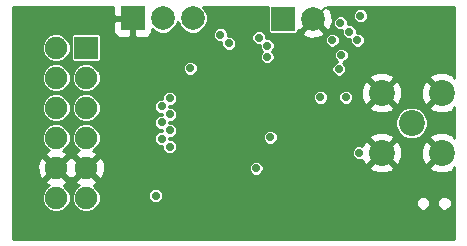
<source format=gbr>
G04 #@! TF.FileFunction,Copper,L4,Bot,Signal*
%FSLAX46Y46*%
G04 Gerber Fmt 4.6, Leading zero omitted, Abs format (unit mm)*
G04 Created by KiCad (PCBNEW 4.0.2+dfsg1-stable) date ven. 22 févr. 2019 08:36:17 CET*
%MOMM*%
G01*
G04 APERTURE LIST*
%ADD10C,0.100000*%
%ADD11R,2.000000X1.900000*%
%ADD12C,1.900000*%
%ADD13C,2.199640*%
%ADD14R,2.000000X2.000000*%
%ADD15C,2.000000*%
%ADD16C,0.711200*%
%ADD17C,0.304800*%
%ADD18C,0.203200*%
%ADD19C,0.406400*%
%ADD20C,0.254000*%
G04 APERTURE END LIST*
D10*
D11*
X136030000Y-98650000D03*
D12*
X136030000Y-101190000D03*
X136030000Y-103730000D03*
X136030000Y-106270000D03*
X136030000Y-108810000D03*
X136030000Y-111350000D03*
X133490000Y-98650000D03*
X133490000Y-101190000D03*
X133490000Y-103730000D03*
X133490000Y-106270000D03*
X133490000Y-108810000D03*
X133490000Y-111350000D03*
D13*
X161036000Y-107540000D03*
X161036000Y-102460000D03*
X166116000Y-107540000D03*
X166116000Y-102460000D03*
X163576000Y-105000000D03*
D14*
X139960000Y-96160000D03*
D15*
X142500000Y-96160000D03*
X145040000Y-96160000D03*
D14*
X152710000Y-96220000D03*
D15*
X155250000Y-96220000D03*
D16*
X159000000Y-102830000D03*
X155230000Y-106330000D03*
X148500000Y-103750000D03*
X142420000Y-101600000D03*
X149250000Y-96530000D03*
X164840000Y-96090000D03*
X155010000Y-103670000D03*
X156700000Y-103670000D03*
X156700000Y-106330000D03*
X156700000Y-109760000D03*
X140750000Y-108720000D03*
X151410000Y-113260000D03*
X150420000Y-109760000D03*
X143740000Y-110820000D03*
X145750000Y-110300000D03*
X157430000Y-100450000D03*
X155860000Y-102830000D03*
X151610000Y-106220000D03*
X150660000Y-97780000D03*
X150420000Y-108840000D03*
X144840000Y-100380000D03*
X141920000Y-111160000D03*
X158010000Y-102830000D03*
X159170000Y-107540000D03*
X151350000Y-99420000D03*
X151350000Y-98470000D03*
X148120000Y-98280000D03*
X147390000Y-97550000D03*
X156860000Y-98000000D03*
X143100000Y-102930000D03*
X157560000Y-96540000D03*
X142420000Y-103610000D03*
X143100000Y-104290000D03*
X157620000Y-99270000D03*
X158290000Y-97270000D03*
X142420000Y-104970000D03*
X159000000Y-98000000D03*
X143100000Y-105650000D03*
X142420000Y-106330000D03*
X159240000Y-95940000D03*
X143100000Y-107010000D03*
D17*
X156700000Y-103670000D02*
X158780000Y-103670000D01*
X159000000Y-103450000D02*
X159000000Y-102830000D01*
X158780000Y-103670000D02*
X159000000Y-103450000D01*
D18*
X164840000Y-96090000D02*
X161910000Y-96090000D01*
X156220000Y-95250000D02*
X155250000Y-96220000D01*
X161070000Y-95250000D02*
X156220000Y-95250000D01*
X161910000Y-96090000D02*
X161070000Y-95250000D01*
D17*
X148500000Y-103750000D02*
X148500000Y-107550000D01*
X148500000Y-107550000D02*
X145750000Y-110300000D01*
X142420000Y-101600000D02*
X146350000Y-101600000D01*
X146350000Y-101600000D02*
X148500000Y-103750000D01*
X139960000Y-96160000D02*
X139960000Y-107930000D01*
X139960000Y-107930000D02*
X140750000Y-108720000D01*
X149250000Y-96530000D02*
X149250000Y-103000000D01*
X149250000Y-103000000D02*
X148500000Y-103750000D01*
X164840000Y-96090000D02*
X164840000Y-98656000D01*
X164840000Y-98656000D02*
X161036000Y-102460000D01*
D19*
X156700000Y-106330000D02*
X156700000Y-103670000D01*
X156700000Y-109760000D02*
X156700000Y-106330000D01*
D17*
X156700000Y-109760000D02*
X152400000Y-109760000D01*
X152400000Y-109760000D02*
X151410000Y-110750000D01*
X140750000Y-108720000D02*
X141640000Y-108720000D01*
X141640000Y-108720000D02*
X143740000Y-110820000D01*
X151410000Y-113260000D02*
X151410000Y-110750000D01*
X151410000Y-110750000D02*
X150420000Y-109760000D01*
X145750000Y-110300000D02*
X149880000Y-110300000D01*
X149880000Y-110300000D02*
X150420000Y-109760000D01*
X145750000Y-110300000D02*
X144970000Y-110300000D01*
X144450000Y-110820000D02*
X143740000Y-110820000D01*
X144970000Y-110300000D02*
X144450000Y-110820000D01*
D20*
G36*
X138325000Y-95874250D02*
X138483750Y-96033000D01*
X139833000Y-96033000D01*
X139833000Y-96013000D01*
X140087000Y-96013000D01*
X140087000Y-96033000D01*
X140107000Y-96033000D01*
X140107000Y-96287000D01*
X140087000Y-96287000D01*
X140087000Y-97636250D01*
X140245750Y-97795000D01*
X141086309Y-97795000D01*
X141319698Y-97698327D01*
X141342270Y-97675755D01*
X146754890Y-97675755D01*
X146851360Y-97909228D01*
X147029832Y-98088013D01*
X147263137Y-98184889D01*
X147485083Y-98185083D01*
X147484890Y-98405755D01*
X147581360Y-98639228D01*
X147759832Y-98818013D01*
X147993137Y-98914889D01*
X148245755Y-98915110D01*
X148479228Y-98818640D01*
X148658013Y-98640168D01*
X148754889Y-98406863D01*
X148755110Y-98154245D01*
X148658640Y-97920772D01*
X148643650Y-97905755D01*
X150024890Y-97905755D01*
X150121360Y-98139228D01*
X150299832Y-98318013D01*
X150533137Y-98414889D01*
X150715048Y-98415048D01*
X150714890Y-98595755D01*
X150811360Y-98829228D01*
X150926975Y-98945046D01*
X150811987Y-99059832D01*
X150715111Y-99293137D01*
X150714890Y-99545755D01*
X150811360Y-99779228D01*
X150989832Y-99958013D01*
X151223137Y-100054889D01*
X151475755Y-100055110D01*
X151709228Y-99958640D01*
X151888013Y-99780168D01*
X151984889Y-99546863D01*
X151985110Y-99294245D01*
X151888640Y-99060772D01*
X151773025Y-98944954D01*
X151888013Y-98830168D01*
X151984889Y-98596863D01*
X151985110Y-98344245D01*
X151894831Y-98125755D01*
X156224890Y-98125755D01*
X156321360Y-98359228D01*
X156499832Y-98538013D01*
X156733137Y-98634889D01*
X156985755Y-98635110D01*
X157219228Y-98538640D01*
X157398013Y-98360168D01*
X157494889Y-98126863D01*
X157495110Y-97874245D01*
X157398640Y-97640772D01*
X157220168Y-97461987D01*
X156986863Y-97365111D01*
X156734245Y-97364890D01*
X156500772Y-97461360D01*
X156321987Y-97639832D01*
X156225111Y-97873137D01*
X156224890Y-98125755D01*
X151894831Y-98125755D01*
X151888640Y-98110772D01*
X151710168Y-97931987D01*
X151476863Y-97835111D01*
X151294952Y-97834952D01*
X151295110Y-97654245D01*
X151198640Y-97420772D01*
X151020168Y-97241987D01*
X150786863Y-97145111D01*
X150534245Y-97144890D01*
X150300772Y-97241360D01*
X150121987Y-97419832D01*
X150025111Y-97653137D01*
X150024890Y-97905755D01*
X148643650Y-97905755D01*
X148480168Y-97741987D01*
X148246863Y-97645111D01*
X148024917Y-97644917D01*
X148025110Y-97424245D01*
X147928640Y-97190772D01*
X147750168Y-97011987D01*
X147516863Y-96915111D01*
X147264245Y-96914890D01*
X147030772Y-97011360D01*
X146851987Y-97189832D01*
X146755111Y-97423137D01*
X146754890Y-97675755D01*
X141342270Y-97675755D01*
X141498327Y-97519699D01*
X141595000Y-97286310D01*
X141595000Y-97064345D01*
X141774332Y-97243990D01*
X142244395Y-97439178D01*
X142753372Y-97439622D01*
X143223775Y-97245255D01*
X143583990Y-96885668D01*
X143770217Y-96437185D01*
X143954745Y-96883775D01*
X144314332Y-97243990D01*
X144784395Y-97439178D01*
X145293372Y-97439622D01*
X145763775Y-97245255D01*
X146123990Y-96885668D01*
X146319178Y-96415605D01*
X146319622Y-95906628D01*
X146125255Y-95436225D01*
X145883852Y-95194400D01*
X151430311Y-95194400D01*
X151425127Y-95220000D01*
X151425127Y-97220000D01*
X151444609Y-97323539D01*
X151505801Y-97418634D01*
X151599168Y-97482429D01*
X151710000Y-97504873D01*
X153710000Y-97504873D01*
X153813539Y-97485391D01*
X153908634Y-97424199D01*
X153943936Y-97372532D01*
X154277073Y-97372532D01*
X154375736Y-97639387D01*
X154985461Y-97865908D01*
X155635460Y-97841856D01*
X156124264Y-97639387D01*
X156222927Y-97372532D01*
X155250000Y-96399605D01*
X154277073Y-97372532D01*
X153943936Y-97372532D01*
X153972429Y-97330832D01*
X153994873Y-97220000D01*
X153994873Y-97154995D01*
X154097468Y-97192927D01*
X155070395Y-96220000D01*
X155056253Y-96205858D01*
X155235858Y-96026253D01*
X155250000Y-96040395D01*
X155264143Y-96026253D01*
X155443748Y-96205858D01*
X155429605Y-96220000D01*
X156402532Y-97192927D01*
X156669387Y-97094264D01*
X156828583Y-96665755D01*
X156924890Y-96665755D01*
X157021360Y-96899228D01*
X157199832Y-97078013D01*
X157433137Y-97174889D01*
X157655083Y-97175083D01*
X157654890Y-97395755D01*
X157751360Y-97629228D01*
X157929832Y-97808013D01*
X158163137Y-97904889D01*
X158365083Y-97905066D01*
X158364890Y-98125755D01*
X158461360Y-98359228D01*
X158639832Y-98538013D01*
X158873137Y-98634889D01*
X159125755Y-98635110D01*
X159359228Y-98538640D01*
X159538013Y-98360168D01*
X159634889Y-98126863D01*
X159635110Y-97874245D01*
X159538640Y-97640772D01*
X159360168Y-97461987D01*
X159126863Y-97365111D01*
X158924917Y-97364934D01*
X158925110Y-97144245D01*
X158828640Y-96910772D01*
X158650168Y-96731987D01*
X158416863Y-96635111D01*
X158194917Y-96634917D01*
X158195110Y-96414245D01*
X158098640Y-96180772D01*
X157983825Y-96065755D01*
X158604890Y-96065755D01*
X158701360Y-96299228D01*
X158879832Y-96478013D01*
X159113137Y-96574889D01*
X159365755Y-96575110D01*
X159599228Y-96478640D01*
X159778013Y-96300168D01*
X159874889Y-96066863D01*
X159875110Y-95814245D01*
X159778640Y-95580772D01*
X159600168Y-95401987D01*
X159366863Y-95305111D01*
X159114245Y-95304890D01*
X158880772Y-95401360D01*
X158701987Y-95579832D01*
X158605111Y-95813137D01*
X158604890Y-96065755D01*
X157983825Y-96065755D01*
X157920168Y-96001987D01*
X157686863Y-95905111D01*
X157434245Y-95904890D01*
X157200772Y-96001360D01*
X157021987Y-96179832D01*
X156925111Y-96413137D01*
X156924890Y-96665755D01*
X156828583Y-96665755D01*
X156895908Y-96484539D01*
X156871856Y-95834540D01*
X156669387Y-95345736D01*
X156402534Y-95247074D01*
X156455208Y-95194400D01*
X167195600Y-95194400D01*
X167195600Y-101200792D01*
X167161131Y-101235261D01*
X167050250Y-100958049D01*
X166404363Y-100714857D01*
X165714575Y-100737346D01*
X165181750Y-100958049D01*
X165070868Y-101235263D01*
X166116000Y-102280395D01*
X166130143Y-102266253D01*
X166309748Y-102445858D01*
X166295605Y-102460000D01*
X166309748Y-102474143D01*
X166130143Y-102653748D01*
X166116000Y-102639605D01*
X165070868Y-103684737D01*
X165181750Y-103961951D01*
X165827637Y-104205143D01*
X166517425Y-104182654D01*
X167050250Y-103961951D01*
X167161131Y-103684739D01*
X167195600Y-103719208D01*
X167195600Y-106280792D01*
X167161131Y-106315261D01*
X167050250Y-106038049D01*
X166404363Y-105794857D01*
X165714575Y-105817346D01*
X165181750Y-106038049D01*
X165070868Y-106315263D01*
X166116000Y-107360395D01*
X166130143Y-107346253D01*
X166309748Y-107525858D01*
X166295605Y-107540000D01*
X166309748Y-107554143D01*
X166130143Y-107733748D01*
X166116000Y-107719605D01*
X165070868Y-108764737D01*
X165181750Y-109041951D01*
X165827637Y-109285143D01*
X166517425Y-109262654D01*
X167050250Y-109041951D01*
X167161131Y-108764739D01*
X167195600Y-108799208D01*
X167195600Y-114805600D01*
X129804400Y-114805600D01*
X129804400Y-111593470D01*
X132260387Y-111593470D01*
X132447158Y-112045489D01*
X132792692Y-112391627D01*
X133244384Y-112579186D01*
X133733470Y-112579613D01*
X134185489Y-112392842D01*
X134531627Y-112047308D01*
X134719186Y-111595616D01*
X134719187Y-111593470D01*
X134800387Y-111593470D01*
X134987158Y-112045489D01*
X135332692Y-112391627D01*
X135784384Y-112579186D01*
X136273470Y-112579613D01*
X136725489Y-112392842D01*
X137071627Y-112047308D01*
X137122560Y-111924646D01*
X163920491Y-111924646D01*
X164016109Y-112156061D01*
X164193008Y-112333268D01*
X164424255Y-112429291D01*
X164674646Y-112429509D01*
X164906061Y-112333891D01*
X165083268Y-112156992D01*
X165179291Y-111925745D01*
X165179291Y-111924646D01*
X165720491Y-111924646D01*
X165816109Y-112156061D01*
X165993008Y-112333268D01*
X166224255Y-112429291D01*
X166474646Y-112429509D01*
X166706061Y-112333891D01*
X166883268Y-112156992D01*
X166979291Y-111925745D01*
X166979509Y-111675354D01*
X166883891Y-111443939D01*
X166706992Y-111266732D01*
X166475745Y-111170709D01*
X166225354Y-111170491D01*
X165993939Y-111266109D01*
X165816732Y-111443008D01*
X165720709Y-111674255D01*
X165720491Y-111924646D01*
X165179291Y-111924646D01*
X165179509Y-111675354D01*
X165083891Y-111443939D01*
X164906992Y-111266732D01*
X164675745Y-111170709D01*
X164425354Y-111170491D01*
X164193939Y-111266109D01*
X164016732Y-111443008D01*
X163920709Y-111674255D01*
X163920491Y-111924646D01*
X137122560Y-111924646D01*
X137259186Y-111595616D01*
X137259456Y-111285755D01*
X141284890Y-111285755D01*
X141381360Y-111519228D01*
X141559832Y-111698013D01*
X141793137Y-111794889D01*
X142045755Y-111795110D01*
X142279228Y-111698640D01*
X142458013Y-111520168D01*
X142554889Y-111286863D01*
X142555110Y-111034245D01*
X142458640Y-110800772D01*
X142280168Y-110621987D01*
X142046863Y-110525111D01*
X141794245Y-110524890D01*
X141560772Y-110621360D01*
X141381987Y-110799832D01*
X141285111Y-111033137D01*
X141284890Y-111285755D01*
X137259456Y-111285755D01*
X137259613Y-111106530D01*
X137072842Y-110654511D01*
X136727308Y-110308373D01*
X136655566Y-110278583D01*
X136874208Y-110188019D01*
X136966745Y-109926350D01*
X136030000Y-108989605D01*
X135093255Y-109926350D01*
X135185792Y-110188019D01*
X135416733Y-110273184D01*
X135334511Y-110307158D01*
X134988373Y-110652692D01*
X134800814Y-111104384D01*
X134800387Y-111593470D01*
X134719187Y-111593470D01*
X134719613Y-111106530D01*
X134532842Y-110654511D01*
X134187308Y-110308373D01*
X134115566Y-110278583D01*
X134334208Y-110188019D01*
X134426745Y-109926350D01*
X133490000Y-108989605D01*
X132553255Y-109926350D01*
X132645792Y-110188019D01*
X132876733Y-110273184D01*
X132794511Y-110307158D01*
X132448373Y-110652692D01*
X132260814Y-111104384D01*
X132260387Y-111593470D01*
X129804400Y-111593470D01*
X129804400Y-108557398D01*
X131893812Y-108557398D01*
X131918648Y-109187461D01*
X132111981Y-109654208D01*
X132373650Y-109746745D01*
X133310395Y-108810000D01*
X133669605Y-108810000D01*
X134606350Y-109746745D01*
X134760000Y-109692408D01*
X134913650Y-109746745D01*
X135850395Y-108810000D01*
X136209605Y-108810000D01*
X137146350Y-109746745D01*
X137408019Y-109654208D01*
X137626188Y-109062602D01*
X137622371Y-108965755D01*
X149784890Y-108965755D01*
X149881360Y-109199228D01*
X150059832Y-109378013D01*
X150293137Y-109474889D01*
X150545755Y-109475110D01*
X150779228Y-109378640D01*
X150958013Y-109200168D01*
X151054889Y-108966863D01*
X151055065Y-108764737D01*
X159990868Y-108764737D01*
X160101750Y-109041951D01*
X160747637Y-109285143D01*
X161437425Y-109262654D01*
X161970250Y-109041951D01*
X162081132Y-108764737D01*
X161036000Y-107719605D01*
X159990868Y-108764737D01*
X151055065Y-108764737D01*
X151055110Y-108714245D01*
X150958640Y-108480772D01*
X150780168Y-108301987D01*
X150546863Y-108205111D01*
X150294245Y-108204890D01*
X150060772Y-108301360D01*
X149881987Y-108479832D01*
X149785111Y-108713137D01*
X149784890Y-108965755D01*
X137622371Y-108965755D01*
X137601352Y-108432539D01*
X137408019Y-107965792D01*
X137146350Y-107873255D01*
X136209605Y-108810000D01*
X135850395Y-108810000D01*
X134913650Y-107873255D01*
X134760000Y-107927592D01*
X134606350Y-107873255D01*
X133669605Y-108810000D01*
X133310395Y-108810000D01*
X132373650Y-107873255D01*
X132111981Y-107965792D01*
X131893812Y-108557398D01*
X129804400Y-108557398D01*
X129804400Y-106513470D01*
X132260387Y-106513470D01*
X132447158Y-106965489D01*
X132792692Y-107311627D01*
X132864434Y-107341417D01*
X132645792Y-107431981D01*
X132553255Y-107693650D01*
X133490000Y-108630395D01*
X134426745Y-107693650D01*
X134334208Y-107431981D01*
X134103267Y-107346816D01*
X134185489Y-107312842D01*
X134531627Y-106967308D01*
X134719186Y-106515616D01*
X134719187Y-106513470D01*
X134800387Y-106513470D01*
X134987158Y-106965489D01*
X135332692Y-107311627D01*
X135404434Y-107341417D01*
X135185792Y-107431981D01*
X135093255Y-107693650D01*
X136030000Y-108630395D01*
X136966745Y-107693650D01*
X136956881Y-107665755D01*
X158534890Y-107665755D01*
X158631360Y-107899228D01*
X158809832Y-108078013D01*
X159043137Y-108174889D01*
X159295755Y-108175110D01*
X159393425Y-108134753D01*
X159534049Y-108474250D01*
X159811263Y-108585132D01*
X160856395Y-107540000D01*
X161215605Y-107540000D01*
X162260737Y-108585132D01*
X162537951Y-108474250D01*
X162781143Y-107828363D01*
X162762341Y-107251637D01*
X164370857Y-107251637D01*
X164393346Y-107941425D01*
X164614049Y-108474250D01*
X164891263Y-108585132D01*
X165936395Y-107540000D01*
X164891263Y-106494868D01*
X164614049Y-106605750D01*
X164370857Y-107251637D01*
X162762341Y-107251637D01*
X162758654Y-107138575D01*
X162537951Y-106605750D01*
X162260737Y-106494868D01*
X161215605Y-107540000D01*
X160856395Y-107540000D01*
X159811263Y-106494868D01*
X159534049Y-106605750D01*
X159404503Y-106949807D01*
X159296863Y-106905111D01*
X159044245Y-106904890D01*
X158810772Y-107001360D01*
X158631987Y-107179832D01*
X158535111Y-107413137D01*
X158534890Y-107665755D01*
X136956881Y-107665755D01*
X136874208Y-107431981D01*
X136643267Y-107346816D01*
X136725489Y-107312842D01*
X137071627Y-106967308D01*
X137259186Y-106515616D01*
X137259613Y-106026530D01*
X137072842Y-105574511D01*
X136727308Y-105228373D01*
X136275616Y-105040814D01*
X135786530Y-105040387D01*
X135334511Y-105227158D01*
X134988373Y-105572692D01*
X134800814Y-106024384D01*
X134800387Y-106513470D01*
X134719187Y-106513470D01*
X134719613Y-106026530D01*
X134532842Y-105574511D01*
X134187308Y-105228373D01*
X133735616Y-105040814D01*
X133246530Y-105040387D01*
X132794511Y-105227158D01*
X132448373Y-105572692D01*
X132260814Y-106024384D01*
X132260387Y-106513470D01*
X129804400Y-106513470D01*
X129804400Y-103973470D01*
X132260387Y-103973470D01*
X132447158Y-104425489D01*
X132792692Y-104771627D01*
X133244384Y-104959186D01*
X133733470Y-104959613D01*
X134185489Y-104772842D01*
X134531627Y-104427308D01*
X134719186Y-103975616D01*
X134719187Y-103973470D01*
X134800387Y-103973470D01*
X134987158Y-104425489D01*
X135332692Y-104771627D01*
X135784384Y-104959186D01*
X136273470Y-104959613D01*
X136725489Y-104772842D01*
X137071627Y-104427308D01*
X137259186Y-103975616D01*
X137259395Y-103735755D01*
X141784890Y-103735755D01*
X141881360Y-103969228D01*
X142059832Y-104148013D01*
X142293137Y-104244889D01*
X142465039Y-104245039D01*
X142464961Y-104335039D01*
X142294245Y-104334890D01*
X142060772Y-104431360D01*
X141881987Y-104609832D01*
X141785111Y-104843137D01*
X141784890Y-105095755D01*
X141881360Y-105329228D01*
X142059832Y-105508013D01*
X142293137Y-105604889D01*
X142465039Y-105605039D01*
X142464961Y-105695039D01*
X142294245Y-105694890D01*
X142060772Y-105791360D01*
X141881987Y-105969832D01*
X141785111Y-106203137D01*
X141784890Y-106455755D01*
X141881360Y-106689228D01*
X142059832Y-106868013D01*
X142293137Y-106964889D01*
X142465039Y-106965039D01*
X142464890Y-107135755D01*
X142561360Y-107369228D01*
X142739832Y-107548013D01*
X142973137Y-107644889D01*
X143225755Y-107645110D01*
X143459228Y-107548640D01*
X143638013Y-107370168D01*
X143734889Y-107136863D01*
X143735110Y-106884245D01*
X143638640Y-106650772D01*
X143460168Y-106471987D01*
X143226863Y-106375111D01*
X143054961Y-106374961D01*
X143054986Y-106345755D01*
X150974890Y-106345755D01*
X151071360Y-106579228D01*
X151249832Y-106758013D01*
X151483137Y-106854889D01*
X151735755Y-106855110D01*
X151969228Y-106758640D01*
X152148013Y-106580168D01*
X152244889Y-106346863D01*
X152244916Y-106315263D01*
X159990868Y-106315263D01*
X161036000Y-107360395D01*
X162081132Y-106315263D01*
X161970250Y-106038049D01*
X161324363Y-105794857D01*
X160634575Y-105817346D01*
X160101750Y-106038049D01*
X159990868Y-106315263D01*
X152244916Y-106315263D01*
X152245110Y-106094245D01*
X152148640Y-105860772D01*
X151970168Y-105681987D01*
X151736863Y-105585111D01*
X151484245Y-105584890D01*
X151250772Y-105681360D01*
X151071987Y-105859832D01*
X150975111Y-106093137D01*
X150974890Y-106345755D01*
X143054986Y-106345755D01*
X143055039Y-106284961D01*
X143225755Y-106285110D01*
X143459228Y-106188640D01*
X143638013Y-106010168D01*
X143734889Y-105776863D01*
X143735110Y-105524245D01*
X143638640Y-105290772D01*
X143621039Y-105273140D01*
X162196541Y-105273140D01*
X162406072Y-105780245D01*
X162793714Y-106168564D01*
X163300452Y-106378981D01*
X163849140Y-106379459D01*
X164356245Y-106169928D01*
X164744564Y-105782286D01*
X164954981Y-105275548D01*
X164955459Y-104726860D01*
X164745928Y-104219755D01*
X164358286Y-103831436D01*
X163851548Y-103621019D01*
X163302860Y-103620541D01*
X162795755Y-103830072D01*
X162407436Y-104217714D01*
X162197019Y-104724452D01*
X162196541Y-105273140D01*
X143621039Y-105273140D01*
X143460168Y-105111987D01*
X143226863Y-105015111D01*
X143054961Y-105014961D01*
X143055039Y-104924961D01*
X143225755Y-104925110D01*
X143459228Y-104828640D01*
X143638013Y-104650168D01*
X143734889Y-104416863D01*
X143735110Y-104164245D01*
X143638640Y-103930772D01*
X143460168Y-103751987D01*
X143298211Y-103684737D01*
X159990868Y-103684737D01*
X160101750Y-103961951D01*
X160747637Y-104205143D01*
X161437425Y-104182654D01*
X161970250Y-103961951D01*
X162081132Y-103684737D01*
X161036000Y-102639605D01*
X159990868Y-103684737D01*
X143298211Y-103684737D01*
X143226863Y-103655111D01*
X143054961Y-103654961D01*
X143055039Y-103564961D01*
X143225755Y-103565110D01*
X143459228Y-103468640D01*
X143638013Y-103290168D01*
X143734889Y-103056863D01*
X143734977Y-102955755D01*
X155224890Y-102955755D01*
X155321360Y-103189228D01*
X155499832Y-103368013D01*
X155733137Y-103464889D01*
X155985755Y-103465110D01*
X156219228Y-103368640D01*
X156398013Y-103190168D01*
X156494889Y-102956863D01*
X156494889Y-102955755D01*
X157374890Y-102955755D01*
X157471360Y-103189228D01*
X157649832Y-103368013D01*
X157883137Y-103464889D01*
X158135755Y-103465110D01*
X158369228Y-103368640D01*
X158548013Y-103190168D01*
X158644889Y-102956863D01*
X158645110Y-102704245D01*
X158548640Y-102470772D01*
X158370168Y-102291987D01*
X158136863Y-102195111D01*
X157884245Y-102194890D01*
X157650772Y-102291360D01*
X157471987Y-102469832D01*
X157375111Y-102703137D01*
X157374890Y-102955755D01*
X156494889Y-102955755D01*
X156495110Y-102704245D01*
X156398640Y-102470772D01*
X156220168Y-102291987D01*
X155986863Y-102195111D01*
X155734245Y-102194890D01*
X155500772Y-102291360D01*
X155321987Y-102469832D01*
X155225111Y-102703137D01*
X155224890Y-102955755D01*
X143734977Y-102955755D01*
X143735110Y-102804245D01*
X143638640Y-102570772D01*
X143460168Y-102391987D01*
X143226863Y-102295111D01*
X142974245Y-102294890D01*
X142740772Y-102391360D01*
X142561987Y-102569832D01*
X142465111Y-102803137D01*
X142464961Y-102975039D01*
X142294245Y-102974890D01*
X142060772Y-103071360D01*
X141881987Y-103249832D01*
X141785111Y-103483137D01*
X141784890Y-103735755D01*
X137259395Y-103735755D01*
X137259613Y-103486530D01*
X137072842Y-103034511D01*
X136727308Y-102688373D01*
X136275616Y-102500814D01*
X135786530Y-102500387D01*
X135334511Y-102687158D01*
X134988373Y-103032692D01*
X134800814Y-103484384D01*
X134800387Y-103973470D01*
X134719187Y-103973470D01*
X134719613Y-103486530D01*
X134532842Y-103034511D01*
X134187308Y-102688373D01*
X133735616Y-102500814D01*
X133246530Y-102500387D01*
X132794511Y-102687158D01*
X132448373Y-103032692D01*
X132260814Y-103484384D01*
X132260387Y-103973470D01*
X129804400Y-103973470D01*
X129804400Y-101433470D01*
X132260387Y-101433470D01*
X132447158Y-101885489D01*
X132792692Y-102231627D01*
X133244384Y-102419186D01*
X133733470Y-102419613D01*
X134185489Y-102232842D01*
X134531627Y-101887308D01*
X134719186Y-101435616D01*
X134719187Y-101433470D01*
X134800387Y-101433470D01*
X134987158Y-101885489D01*
X135332692Y-102231627D01*
X135784384Y-102419186D01*
X136273470Y-102419613D01*
X136725489Y-102232842D01*
X136786800Y-102171637D01*
X159290857Y-102171637D01*
X159313346Y-102861425D01*
X159534049Y-103394250D01*
X159811263Y-103505132D01*
X160856395Y-102460000D01*
X161215605Y-102460000D01*
X162260737Y-103505132D01*
X162537951Y-103394250D01*
X162781143Y-102748363D01*
X162762341Y-102171637D01*
X164370857Y-102171637D01*
X164393346Y-102861425D01*
X164614049Y-103394250D01*
X164891263Y-103505132D01*
X165936395Y-102460000D01*
X164891263Y-101414868D01*
X164614049Y-101525750D01*
X164370857Y-102171637D01*
X162762341Y-102171637D01*
X162758654Y-102058575D01*
X162537951Y-101525750D01*
X162260737Y-101414868D01*
X161215605Y-102460000D01*
X160856395Y-102460000D01*
X159811263Y-101414868D01*
X159534049Y-101525750D01*
X159290857Y-102171637D01*
X136786800Y-102171637D01*
X137071627Y-101887308D01*
X137259186Y-101435616D01*
X137259360Y-101235263D01*
X159990868Y-101235263D01*
X161036000Y-102280395D01*
X162081132Y-101235263D01*
X161970250Y-100958049D01*
X161324363Y-100714857D01*
X160634575Y-100737346D01*
X160101750Y-100958049D01*
X159990868Y-101235263D01*
X137259360Y-101235263D01*
X137259613Y-100946530D01*
X137077488Y-100505755D01*
X144204890Y-100505755D01*
X144301360Y-100739228D01*
X144479832Y-100918013D01*
X144713137Y-101014889D01*
X144965755Y-101015110D01*
X145199228Y-100918640D01*
X145378013Y-100740168D01*
X145446282Y-100575755D01*
X156794890Y-100575755D01*
X156891360Y-100809228D01*
X157069832Y-100988013D01*
X157303137Y-101084889D01*
X157555755Y-101085110D01*
X157789228Y-100988640D01*
X157968013Y-100810168D01*
X158064889Y-100576863D01*
X158065110Y-100324245D01*
X157968640Y-100090772D01*
X157790168Y-99911987D01*
X157759715Y-99899342D01*
X157979228Y-99808640D01*
X158158013Y-99630168D01*
X158254889Y-99396863D01*
X158255110Y-99144245D01*
X158158640Y-98910772D01*
X157980168Y-98731987D01*
X157746863Y-98635111D01*
X157494245Y-98634890D01*
X157260772Y-98731360D01*
X157081987Y-98909832D01*
X156985111Y-99143137D01*
X156984890Y-99395755D01*
X157081360Y-99629228D01*
X157259832Y-99808013D01*
X157290285Y-99820658D01*
X157070772Y-99911360D01*
X156891987Y-100089832D01*
X156795111Y-100323137D01*
X156794890Y-100575755D01*
X145446282Y-100575755D01*
X145474889Y-100506863D01*
X145475110Y-100254245D01*
X145378640Y-100020772D01*
X145200168Y-99841987D01*
X144966863Y-99745111D01*
X144714245Y-99744890D01*
X144480772Y-99841360D01*
X144301987Y-100019832D01*
X144205111Y-100253137D01*
X144204890Y-100505755D01*
X137077488Y-100505755D01*
X137072842Y-100494511D01*
X136727308Y-100148373D01*
X136275616Y-99960814D01*
X135786530Y-99960387D01*
X135334511Y-100147158D01*
X134988373Y-100492692D01*
X134800814Y-100944384D01*
X134800387Y-101433470D01*
X134719187Y-101433470D01*
X134719613Y-100946530D01*
X134532842Y-100494511D01*
X134187308Y-100148373D01*
X133735616Y-99960814D01*
X133246530Y-99960387D01*
X132794511Y-100147158D01*
X132448373Y-100492692D01*
X132260814Y-100944384D01*
X132260387Y-101433470D01*
X129804400Y-101433470D01*
X129804400Y-98893470D01*
X132260387Y-98893470D01*
X132447158Y-99345489D01*
X132792692Y-99691627D01*
X133244384Y-99879186D01*
X133733470Y-99879613D01*
X134185489Y-99692842D01*
X134531627Y-99347308D01*
X134719186Y-98895616D01*
X134719613Y-98406530D01*
X134532842Y-97954511D01*
X134278776Y-97700000D01*
X134745127Y-97700000D01*
X134745127Y-99600000D01*
X134764609Y-99703539D01*
X134825801Y-99798634D01*
X134919168Y-99862429D01*
X135030000Y-99884873D01*
X137030000Y-99884873D01*
X137133539Y-99865391D01*
X137228634Y-99804199D01*
X137292429Y-99710832D01*
X137314873Y-99600000D01*
X137314873Y-97700000D01*
X137295391Y-97596461D01*
X137234199Y-97501366D01*
X137140832Y-97437571D01*
X137030000Y-97415127D01*
X135030000Y-97415127D01*
X134926461Y-97434609D01*
X134831366Y-97495801D01*
X134767571Y-97589168D01*
X134745127Y-97700000D01*
X134278776Y-97700000D01*
X134187308Y-97608373D01*
X133735616Y-97420814D01*
X133246530Y-97420387D01*
X132794511Y-97607158D01*
X132448373Y-97952692D01*
X132260814Y-98404384D01*
X132260387Y-98893470D01*
X129804400Y-98893470D01*
X129804400Y-96445750D01*
X138325000Y-96445750D01*
X138325000Y-97286310D01*
X138421673Y-97519699D01*
X138600302Y-97698327D01*
X138833691Y-97795000D01*
X139674250Y-97795000D01*
X139833000Y-97636250D01*
X139833000Y-96287000D01*
X138483750Y-96287000D01*
X138325000Y-96445750D01*
X129804400Y-96445750D01*
X129804400Y-95194400D01*
X138325000Y-95194400D01*
X138325000Y-95874250D01*
X138325000Y-95874250D01*
G37*
X138325000Y-95874250D02*
X138483750Y-96033000D01*
X139833000Y-96033000D01*
X139833000Y-96013000D01*
X140087000Y-96013000D01*
X140087000Y-96033000D01*
X140107000Y-96033000D01*
X140107000Y-96287000D01*
X140087000Y-96287000D01*
X140087000Y-97636250D01*
X140245750Y-97795000D01*
X141086309Y-97795000D01*
X141319698Y-97698327D01*
X141342270Y-97675755D01*
X146754890Y-97675755D01*
X146851360Y-97909228D01*
X147029832Y-98088013D01*
X147263137Y-98184889D01*
X147485083Y-98185083D01*
X147484890Y-98405755D01*
X147581360Y-98639228D01*
X147759832Y-98818013D01*
X147993137Y-98914889D01*
X148245755Y-98915110D01*
X148479228Y-98818640D01*
X148658013Y-98640168D01*
X148754889Y-98406863D01*
X148755110Y-98154245D01*
X148658640Y-97920772D01*
X148643650Y-97905755D01*
X150024890Y-97905755D01*
X150121360Y-98139228D01*
X150299832Y-98318013D01*
X150533137Y-98414889D01*
X150715048Y-98415048D01*
X150714890Y-98595755D01*
X150811360Y-98829228D01*
X150926975Y-98945046D01*
X150811987Y-99059832D01*
X150715111Y-99293137D01*
X150714890Y-99545755D01*
X150811360Y-99779228D01*
X150989832Y-99958013D01*
X151223137Y-100054889D01*
X151475755Y-100055110D01*
X151709228Y-99958640D01*
X151888013Y-99780168D01*
X151984889Y-99546863D01*
X151985110Y-99294245D01*
X151888640Y-99060772D01*
X151773025Y-98944954D01*
X151888013Y-98830168D01*
X151984889Y-98596863D01*
X151985110Y-98344245D01*
X151894831Y-98125755D01*
X156224890Y-98125755D01*
X156321360Y-98359228D01*
X156499832Y-98538013D01*
X156733137Y-98634889D01*
X156985755Y-98635110D01*
X157219228Y-98538640D01*
X157398013Y-98360168D01*
X157494889Y-98126863D01*
X157495110Y-97874245D01*
X157398640Y-97640772D01*
X157220168Y-97461987D01*
X156986863Y-97365111D01*
X156734245Y-97364890D01*
X156500772Y-97461360D01*
X156321987Y-97639832D01*
X156225111Y-97873137D01*
X156224890Y-98125755D01*
X151894831Y-98125755D01*
X151888640Y-98110772D01*
X151710168Y-97931987D01*
X151476863Y-97835111D01*
X151294952Y-97834952D01*
X151295110Y-97654245D01*
X151198640Y-97420772D01*
X151020168Y-97241987D01*
X150786863Y-97145111D01*
X150534245Y-97144890D01*
X150300772Y-97241360D01*
X150121987Y-97419832D01*
X150025111Y-97653137D01*
X150024890Y-97905755D01*
X148643650Y-97905755D01*
X148480168Y-97741987D01*
X148246863Y-97645111D01*
X148024917Y-97644917D01*
X148025110Y-97424245D01*
X147928640Y-97190772D01*
X147750168Y-97011987D01*
X147516863Y-96915111D01*
X147264245Y-96914890D01*
X147030772Y-97011360D01*
X146851987Y-97189832D01*
X146755111Y-97423137D01*
X146754890Y-97675755D01*
X141342270Y-97675755D01*
X141498327Y-97519699D01*
X141595000Y-97286310D01*
X141595000Y-97064345D01*
X141774332Y-97243990D01*
X142244395Y-97439178D01*
X142753372Y-97439622D01*
X143223775Y-97245255D01*
X143583990Y-96885668D01*
X143770217Y-96437185D01*
X143954745Y-96883775D01*
X144314332Y-97243990D01*
X144784395Y-97439178D01*
X145293372Y-97439622D01*
X145763775Y-97245255D01*
X146123990Y-96885668D01*
X146319178Y-96415605D01*
X146319622Y-95906628D01*
X146125255Y-95436225D01*
X145883852Y-95194400D01*
X151430311Y-95194400D01*
X151425127Y-95220000D01*
X151425127Y-97220000D01*
X151444609Y-97323539D01*
X151505801Y-97418634D01*
X151599168Y-97482429D01*
X151710000Y-97504873D01*
X153710000Y-97504873D01*
X153813539Y-97485391D01*
X153908634Y-97424199D01*
X153943936Y-97372532D01*
X154277073Y-97372532D01*
X154375736Y-97639387D01*
X154985461Y-97865908D01*
X155635460Y-97841856D01*
X156124264Y-97639387D01*
X156222927Y-97372532D01*
X155250000Y-96399605D01*
X154277073Y-97372532D01*
X153943936Y-97372532D01*
X153972429Y-97330832D01*
X153994873Y-97220000D01*
X153994873Y-97154995D01*
X154097468Y-97192927D01*
X155070395Y-96220000D01*
X155056253Y-96205858D01*
X155235858Y-96026253D01*
X155250000Y-96040395D01*
X155264143Y-96026253D01*
X155443748Y-96205858D01*
X155429605Y-96220000D01*
X156402532Y-97192927D01*
X156669387Y-97094264D01*
X156828583Y-96665755D01*
X156924890Y-96665755D01*
X157021360Y-96899228D01*
X157199832Y-97078013D01*
X157433137Y-97174889D01*
X157655083Y-97175083D01*
X157654890Y-97395755D01*
X157751360Y-97629228D01*
X157929832Y-97808013D01*
X158163137Y-97904889D01*
X158365083Y-97905066D01*
X158364890Y-98125755D01*
X158461360Y-98359228D01*
X158639832Y-98538013D01*
X158873137Y-98634889D01*
X159125755Y-98635110D01*
X159359228Y-98538640D01*
X159538013Y-98360168D01*
X159634889Y-98126863D01*
X159635110Y-97874245D01*
X159538640Y-97640772D01*
X159360168Y-97461987D01*
X159126863Y-97365111D01*
X158924917Y-97364934D01*
X158925110Y-97144245D01*
X158828640Y-96910772D01*
X158650168Y-96731987D01*
X158416863Y-96635111D01*
X158194917Y-96634917D01*
X158195110Y-96414245D01*
X158098640Y-96180772D01*
X157983825Y-96065755D01*
X158604890Y-96065755D01*
X158701360Y-96299228D01*
X158879832Y-96478013D01*
X159113137Y-96574889D01*
X159365755Y-96575110D01*
X159599228Y-96478640D01*
X159778013Y-96300168D01*
X159874889Y-96066863D01*
X159875110Y-95814245D01*
X159778640Y-95580772D01*
X159600168Y-95401987D01*
X159366863Y-95305111D01*
X159114245Y-95304890D01*
X158880772Y-95401360D01*
X158701987Y-95579832D01*
X158605111Y-95813137D01*
X158604890Y-96065755D01*
X157983825Y-96065755D01*
X157920168Y-96001987D01*
X157686863Y-95905111D01*
X157434245Y-95904890D01*
X157200772Y-96001360D01*
X157021987Y-96179832D01*
X156925111Y-96413137D01*
X156924890Y-96665755D01*
X156828583Y-96665755D01*
X156895908Y-96484539D01*
X156871856Y-95834540D01*
X156669387Y-95345736D01*
X156402534Y-95247074D01*
X156455208Y-95194400D01*
X167195600Y-95194400D01*
X167195600Y-101200792D01*
X167161131Y-101235261D01*
X167050250Y-100958049D01*
X166404363Y-100714857D01*
X165714575Y-100737346D01*
X165181750Y-100958049D01*
X165070868Y-101235263D01*
X166116000Y-102280395D01*
X166130143Y-102266253D01*
X166309748Y-102445858D01*
X166295605Y-102460000D01*
X166309748Y-102474143D01*
X166130143Y-102653748D01*
X166116000Y-102639605D01*
X165070868Y-103684737D01*
X165181750Y-103961951D01*
X165827637Y-104205143D01*
X166517425Y-104182654D01*
X167050250Y-103961951D01*
X167161131Y-103684739D01*
X167195600Y-103719208D01*
X167195600Y-106280792D01*
X167161131Y-106315261D01*
X167050250Y-106038049D01*
X166404363Y-105794857D01*
X165714575Y-105817346D01*
X165181750Y-106038049D01*
X165070868Y-106315263D01*
X166116000Y-107360395D01*
X166130143Y-107346253D01*
X166309748Y-107525858D01*
X166295605Y-107540000D01*
X166309748Y-107554143D01*
X166130143Y-107733748D01*
X166116000Y-107719605D01*
X165070868Y-108764737D01*
X165181750Y-109041951D01*
X165827637Y-109285143D01*
X166517425Y-109262654D01*
X167050250Y-109041951D01*
X167161131Y-108764739D01*
X167195600Y-108799208D01*
X167195600Y-114805600D01*
X129804400Y-114805600D01*
X129804400Y-111593470D01*
X132260387Y-111593470D01*
X132447158Y-112045489D01*
X132792692Y-112391627D01*
X133244384Y-112579186D01*
X133733470Y-112579613D01*
X134185489Y-112392842D01*
X134531627Y-112047308D01*
X134719186Y-111595616D01*
X134719187Y-111593470D01*
X134800387Y-111593470D01*
X134987158Y-112045489D01*
X135332692Y-112391627D01*
X135784384Y-112579186D01*
X136273470Y-112579613D01*
X136725489Y-112392842D01*
X137071627Y-112047308D01*
X137122560Y-111924646D01*
X163920491Y-111924646D01*
X164016109Y-112156061D01*
X164193008Y-112333268D01*
X164424255Y-112429291D01*
X164674646Y-112429509D01*
X164906061Y-112333891D01*
X165083268Y-112156992D01*
X165179291Y-111925745D01*
X165179291Y-111924646D01*
X165720491Y-111924646D01*
X165816109Y-112156061D01*
X165993008Y-112333268D01*
X166224255Y-112429291D01*
X166474646Y-112429509D01*
X166706061Y-112333891D01*
X166883268Y-112156992D01*
X166979291Y-111925745D01*
X166979509Y-111675354D01*
X166883891Y-111443939D01*
X166706992Y-111266732D01*
X166475745Y-111170709D01*
X166225354Y-111170491D01*
X165993939Y-111266109D01*
X165816732Y-111443008D01*
X165720709Y-111674255D01*
X165720491Y-111924646D01*
X165179291Y-111924646D01*
X165179509Y-111675354D01*
X165083891Y-111443939D01*
X164906992Y-111266732D01*
X164675745Y-111170709D01*
X164425354Y-111170491D01*
X164193939Y-111266109D01*
X164016732Y-111443008D01*
X163920709Y-111674255D01*
X163920491Y-111924646D01*
X137122560Y-111924646D01*
X137259186Y-111595616D01*
X137259456Y-111285755D01*
X141284890Y-111285755D01*
X141381360Y-111519228D01*
X141559832Y-111698013D01*
X141793137Y-111794889D01*
X142045755Y-111795110D01*
X142279228Y-111698640D01*
X142458013Y-111520168D01*
X142554889Y-111286863D01*
X142555110Y-111034245D01*
X142458640Y-110800772D01*
X142280168Y-110621987D01*
X142046863Y-110525111D01*
X141794245Y-110524890D01*
X141560772Y-110621360D01*
X141381987Y-110799832D01*
X141285111Y-111033137D01*
X141284890Y-111285755D01*
X137259456Y-111285755D01*
X137259613Y-111106530D01*
X137072842Y-110654511D01*
X136727308Y-110308373D01*
X136655566Y-110278583D01*
X136874208Y-110188019D01*
X136966745Y-109926350D01*
X136030000Y-108989605D01*
X135093255Y-109926350D01*
X135185792Y-110188019D01*
X135416733Y-110273184D01*
X135334511Y-110307158D01*
X134988373Y-110652692D01*
X134800814Y-111104384D01*
X134800387Y-111593470D01*
X134719187Y-111593470D01*
X134719613Y-111106530D01*
X134532842Y-110654511D01*
X134187308Y-110308373D01*
X134115566Y-110278583D01*
X134334208Y-110188019D01*
X134426745Y-109926350D01*
X133490000Y-108989605D01*
X132553255Y-109926350D01*
X132645792Y-110188019D01*
X132876733Y-110273184D01*
X132794511Y-110307158D01*
X132448373Y-110652692D01*
X132260814Y-111104384D01*
X132260387Y-111593470D01*
X129804400Y-111593470D01*
X129804400Y-108557398D01*
X131893812Y-108557398D01*
X131918648Y-109187461D01*
X132111981Y-109654208D01*
X132373650Y-109746745D01*
X133310395Y-108810000D01*
X133669605Y-108810000D01*
X134606350Y-109746745D01*
X134760000Y-109692408D01*
X134913650Y-109746745D01*
X135850395Y-108810000D01*
X136209605Y-108810000D01*
X137146350Y-109746745D01*
X137408019Y-109654208D01*
X137626188Y-109062602D01*
X137622371Y-108965755D01*
X149784890Y-108965755D01*
X149881360Y-109199228D01*
X150059832Y-109378013D01*
X150293137Y-109474889D01*
X150545755Y-109475110D01*
X150779228Y-109378640D01*
X150958013Y-109200168D01*
X151054889Y-108966863D01*
X151055065Y-108764737D01*
X159990868Y-108764737D01*
X160101750Y-109041951D01*
X160747637Y-109285143D01*
X161437425Y-109262654D01*
X161970250Y-109041951D01*
X162081132Y-108764737D01*
X161036000Y-107719605D01*
X159990868Y-108764737D01*
X151055065Y-108764737D01*
X151055110Y-108714245D01*
X150958640Y-108480772D01*
X150780168Y-108301987D01*
X150546863Y-108205111D01*
X150294245Y-108204890D01*
X150060772Y-108301360D01*
X149881987Y-108479832D01*
X149785111Y-108713137D01*
X149784890Y-108965755D01*
X137622371Y-108965755D01*
X137601352Y-108432539D01*
X137408019Y-107965792D01*
X137146350Y-107873255D01*
X136209605Y-108810000D01*
X135850395Y-108810000D01*
X134913650Y-107873255D01*
X134760000Y-107927592D01*
X134606350Y-107873255D01*
X133669605Y-108810000D01*
X133310395Y-108810000D01*
X132373650Y-107873255D01*
X132111981Y-107965792D01*
X131893812Y-108557398D01*
X129804400Y-108557398D01*
X129804400Y-106513470D01*
X132260387Y-106513470D01*
X132447158Y-106965489D01*
X132792692Y-107311627D01*
X132864434Y-107341417D01*
X132645792Y-107431981D01*
X132553255Y-107693650D01*
X133490000Y-108630395D01*
X134426745Y-107693650D01*
X134334208Y-107431981D01*
X134103267Y-107346816D01*
X134185489Y-107312842D01*
X134531627Y-106967308D01*
X134719186Y-106515616D01*
X134719187Y-106513470D01*
X134800387Y-106513470D01*
X134987158Y-106965489D01*
X135332692Y-107311627D01*
X135404434Y-107341417D01*
X135185792Y-107431981D01*
X135093255Y-107693650D01*
X136030000Y-108630395D01*
X136966745Y-107693650D01*
X136956881Y-107665755D01*
X158534890Y-107665755D01*
X158631360Y-107899228D01*
X158809832Y-108078013D01*
X159043137Y-108174889D01*
X159295755Y-108175110D01*
X159393425Y-108134753D01*
X159534049Y-108474250D01*
X159811263Y-108585132D01*
X160856395Y-107540000D01*
X161215605Y-107540000D01*
X162260737Y-108585132D01*
X162537951Y-108474250D01*
X162781143Y-107828363D01*
X162762341Y-107251637D01*
X164370857Y-107251637D01*
X164393346Y-107941425D01*
X164614049Y-108474250D01*
X164891263Y-108585132D01*
X165936395Y-107540000D01*
X164891263Y-106494868D01*
X164614049Y-106605750D01*
X164370857Y-107251637D01*
X162762341Y-107251637D01*
X162758654Y-107138575D01*
X162537951Y-106605750D01*
X162260737Y-106494868D01*
X161215605Y-107540000D01*
X160856395Y-107540000D01*
X159811263Y-106494868D01*
X159534049Y-106605750D01*
X159404503Y-106949807D01*
X159296863Y-106905111D01*
X159044245Y-106904890D01*
X158810772Y-107001360D01*
X158631987Y-107179832D01*
X158535111Y-107413137D01*
X158534890Y-107665755D01*
X136956881Y-107665755D01*
X136874208Y-107431981D01*
X136643267Y-107346816D01*
X136725489Y-107312842D01*
X137071627Y-106967308D01*
X137259186Y-106515616D01*
X137259613Y-106026530D01*
X137072842Y-105574511D01*
X136727308Y-105228373D01*
X136275616Y-105040814D01*
X135786530Y-105040387D01*
X135334511Y-105227158D01*
X134988373Y-105572692D01*
X134800814Y-106024384D01*
X134800387Y-106513470D01*
X134719187Y-106513470D01*
X134719613Y-106026530D01*
X134532842Y-105574511D01*
X134187308Y-105228373D01*
X133735616Y-105040814D01*
X133246530Y-105040387D01*
X132794511Y-105227158D01*
X132448373Y-105572692D01*
X132260814Y-106024384D01*
X132260387Y-106513470D01*
X129804400Y-106513470D01*
X129804400Y-103973470D01*
X132260387Y-103973470D01*
X132447158Y-104425489D01*
X132792692Y-104771627D01*
X133244384Y-104959186D01*
X133733470Y-104959613D01*
X134185489Y-104772842D01*
X134531627Y-104427308D01*
X134719186Y-103975616D01*
X134719187Y-103973470D01*
X134800387Y-103973470D01*
X134987158Y-104425489D01*
X135332692Y-104771627D01*
X135784384Y-104959186D01*
X136273470Y-104959613D01*
X136725489Y-104772842D01*
X137071627Y-104427308D01*
X137259186Y-103975616D01*
X137259395Y-103735755D01*
X141784890Y-103735755D01*
X141881360Y-103969228D01*
X142059832Y-104148013D01*
X142293137Y-104244889D01*
X142465039Y-104245039D01*
X142464961Y-104335039D01*
X142294245Y-104334890D01*
X142060772Y-104431360D01*
X141881987Y-104609832D01*
X141785111Y-104843137D01*
X141784890Y-105095755D01*
X141881360Y-105329228D01*
X142059832Y-105508013D01*
X142293137Y-105604889D01*
X142465039Y-105605039D01*
X142464961Y-105695039D01*
X142294245Y-105694890D01*
X142060772Y-105791360D01*
X141881987Y-105969832D01*
X141785111Y-106203137D01*
X141784890Y-106455755D01*
X141881360Y-106689228D01*
X142059832Y-106868013D01*
X142293137Y-106964889D01*
X142465039Y-106965039D01*
X142464890Y-107135755D01*
X142561360Y-107369228D01*
X142739832Y-107548013D01*
X142973137Y-107644889D01*
X143225755Y-107645110D01*
X143459228Y-107548640D01*
X143638013Y-107370168D01*
X143734889Y-107136863D01*
X143735110Y-106884245D01*
X143638640Y-106650772D01*
X143460168Y-106471987D01*
X143226863Y-106375111D01*
X143054961Y-106374961D01*
X143054986Y-106345755D01*
X150974890Y-106345755D01*
X151071360Y-106579228D01*
X151249832Y-106758013D01*
X151483137Y-106854889D01*
X151735755Y-106855110D01*
X151969228Y-106758640D01*
X152148013Y-106580168D01*
X152244889Y-106346863D01*
X152244916Y-106315263D01*
X159990868Y-106315263D01*
X161036000Y-107360395D01*
X162081132Y-106315263D01*
X161970250Y-106038049D01*
X161324363Y-105794857D01*
X160634575Y-105817346D01*
X160101750Y-106038049D01*
X159990868Y-106315263D01*
X152244916Y-106315263D01*
X152245110Y-106094245D01*
X152148640Y-105860772D01*
X151970168Y-105681987D01*
X151736863Y-105585111D01*
X151484245Y-105584890D01*
X151250772Y-105681360D01*
X151071987Y-105859832D01*
X150975111Y-106093137D01*
X150974890Y-106345755D01*
X143054986Y-106345755D01*
X143055039Y-106284961D01*
X143225755Y-106285110D01*
X143459228Y-106188640D01*
X143638013Y-106010168D01*
X143734889Y-105776863D01*
X143735110Y-105524245D01*
X143638640Y-105290772D01*
X143621039Y-105273140D01*
X162196541Y-105273140D01*
X162406072Y-105780245D01*
X162793714Y-106168564D01*
X163300452Y-106378981D01*
X163849140Y-106379459D01*
X164356245Y-106169928D01*
X164744564Y-105782286D01*
X164954981Y-105275548D01*
X164955459Y-104726860D01*
X164745928Y-104219755D01*
X164358286Y-103831436D01*
X163851548Y-103621019D01*
X163302860Y-103620541D01*
X162795755Y-103830072D01*
X162407436Y-104217714D01*
X162197019Y-104724452D01*
X162196541Y-105273140D01*
X143621039Y-105273140D01*
X143460168Y-105111987D01*
X143226863Y-105015111D01*
X143054961Y-105014961D01*
X143055039Y-104924961D01*
X143225755Y-104925110D01*
X143459228Y-104828640D01*
X143638013Y-104650168D01*
X143734889Y-104416863D01*
X143735110Y-104164245D01*
X143638640Y-103930772D01*
X143460168Y-103751987D01*
X143298211Y-103684737D01*
X159990868Y-103684737D01*
X160101750Y-103961951D01*
X160747637Y-104205143D01*
X161437425Y-104182654D01*
X161970250Y-103961951D01*
X162081132Y-103684737D01*
X161036000Y-102639605D01*
X159990868Y-103684737D01*
X143298211Y-103684737D01*
X143226863Y-103655111D01*
X143054961Y-103654961D01*
X143055039Y-103564961D01*
X143225755Y-103565110D01*
X143459228Y-103468640D01*
X143638013Y-103290168D01*
X143734889Y-103056863D01*
X143734977Y-102955755D01*
X155224890Y-102955755D01*
X155321360Y-103189228D01*
X155499832Y-103368013D01*
X155733137Y-103464889D01*
X155985755Y-103465110D01*
X156219228Y-103368640D01*
X156398013Y-103190168D01*
X156494889Y-102956863D01*
X156494889Y-102955755D01*
X157374890Y-102955755D01*
X157471360Y-103189228D01*
X157649832Y-103368013D01*
X157883137Y-103464889D01*
X158135755Y-103465110D01*
X158369228Y-103368640D01*
X158548013Y-103190168D01*
X158644889Y-102956863D01*
X158645110Y-102704245D01*
X158548640Y-102470772D01*
X158370168Y-102291987D01*
X158136863Y-102195111D01*
X157884245Y-102194890D01*
X157650772Y-102291360D01*
X157471987Y-102469832D01*
X157375111Y-102703137D01*
X157374890Y-102955755D01*
X156494889Y-102955755D01*
X156495110Y-102704245D01*
X156398640Y-102470772D01*
X156220168Y-102291987D01*
X155986863Y-102195111D01*
X155734245Y-102194890D01*
X155500772Y-102291360D01*
X155321987Y-102469832D01*
X155225111Y-102703137D01*
X155224890Y-102955755D01*
X143734977Y-102955755D01*
X143735110Y-102804245D01*
X143638640Y-102570772D01*
X143460168Y-102391987D01*
X143226863Y-102295111D01*
X142974245Y-102294890D01*
X142740772Y-102391360D01*
X142561987Y-102569832D01*
X142465111Y-102803137D01*
X142464961Y-102975039D01*
X142294245Y-102974890D01*
X142060772Y-103071360D01*
X141881987Y-103249832D01*
X141785111Y-103483137D01*
X141784890Y-103735755D01*
X137259395Y-103735755D01*
X137259613Y-103486530D01*
X137072842Y-103034511D01*
X136727308Y-102688373D01*
X136275616Y-102500814D01*
X135786530Y-102500387D01*
X135334511Y-102687158D01*
X134988373Y-103032692D01*
X134800814Y-103484384D01*
X134800387Y-103973470D01*
X134719187Y-103973470D01*
X134719613Y-103486530D01*
X134532842Y-103034511D01*
X134187308Y-102688373D01*
X133735616Y-102500814D01*
X133246530Y-102500387D01*
X132794511Y-102687158D01*
X132448373Y-103032692D01*
X132260814Y-103484384D01*
X132260387Y-103973470D01*
X129804400Y-103973470D01*
X129804400Y-101433470D01*
X132260387Y-101433470D01*
X132447158Y-101885489D01*
X132792692Y-102231627D01*
X133244384Y-102419186D01*
X133733470Y-102419613D01*
X134185489Y-102232842D01*
X134531627Y-101887308D01*
X134719186Y-101435616D01*
X134719187Y-101433470D01*
X134800387Y-101433470D01*
X134987158Y-101885489D01*
X135332692Y-102231627D01*
X135784384Y-102419186D01*
X136273470Y-102419613D01*
X136725489Y-102232842D01*
X136786800Y-102171637D01*
X159290857Y-102171637D01*
X159313346Y-102861425D01*
X159534049Y-103394250D01*
X159811263Y-103505132D01*
X160856395Y-102460000D01*
X161215605Y-102460000D01*
X162260737Y-103505132D01*
X162537951Y-103394250D01*
X162781143Y-102748363D01*
X162762341Y-102171637D01*
X164370857Y-102171637D01*
X164393346Y-102861425D01*
X164614049Y-103394250D01*
X164891263Y-103505132D01*
X165936395Y-102460000D01*
X164891263Y-101414868D01*
X164614049Y-101525750D01*
X164370857Y-102171637D01*
X162762341Y-102171637D01*
X162758654Y-102058575D01*
X162537951Y-101525750D01*
X162260737Y-101414868D01*
X161215605Y-102460000D01*
X160856395Y-102460000D01*
X159811263Y-101414868D01*
X159534049Y-101525750D01*
X159290857Y-102171637D01*
X136786800Y-102171637D01*
X137071627Y-101887308D01*
X137259186Y-101435616D01*
X137259360Y-101235263D01*
X159990868Y-101235263D01*
X161036000Y-102280395D01*
X162081132Y-101235263D01*
X161970250Y-100958049D01*
X161324363Y-100714857D01*
X160634575Y-100737346D01*
X160101750Y-100958049D01*
X159990868Y-101235263D01*
X137259360Y-101235263D01*
X137259613Y-100946530D01*
X137077488Y-100505755D01*
X144204890Y-100505755D01*
X144301360Y-100739228D01*
X144479832Y-100918013D01*
X144713137Y-101014889D01*
X144965755Y-101015110D01*
X145199228Y-100918640D01*
X145378013Y-100740168D01*
X145446282Y-100575755D01*
X156794890Y-100575755D01*
X156891360Y-100809228D01*
X157069832Y-100988013D01*
X157303137Y-101084889D01*
X157555755Y-101085110D01*
X157789228Y-100988640D01*
X157968013Y-100810168D01*
X158064889Y-100576863D01*
X158065110Y-100324245D01*
X157968640Y-100090772D01*
X157790168Y-99911987D01*
X157759715Y-99899342D01*
X157979228Y-99808640D01*
X158158013Y-99630168D01*
X158254889Y-99396863D01*
X158255110Y-99144245D01*
X158158640Y-98910772D01*
X157980168Y-98731987D01*
X157746863Y-98635111D01*
X157494245Y-98634890D01*
X157260772Y-98731360D01*
X157081987Y-98909832D01*
X156985111Y-99143137D01*
X156984890Y-99395755D01*
X157081360Y-99629228D01*
X157259832Y-99808013D01*
X157290285Y-99820658D01*
X157070772Y-99911360D01*
X156891987Y-100089832D01*
X156795111Y-100323137D01*
X156794890Y-100575755D01*
X145446282Y-100575755D01*
X145474889Y-100506863D01*
X145475110Y-100254245D01*
X145378640Y-100020772D01*
X145200168Y-99841987D01*
X144966863Y-99745111D01*
X144714245Y-99744890D01*
X144480772Y-99841360D01*
X144301987Y-100019832D01*
X144205111Y-100253137D01*
X144204890Y-100505755D01*
X137077488Y-100505755D01*
X137072842Y-100494511D01*
X136727308Y-100148373D01*
X136275616Y-99960814D01*
X135786530Y-99960387D01*
X135334511Y-100147158D01*
X134988373Y-100492692D01*
X134800814Y-100944384D01*
X134800387Y-101433470D01*
X134719187Y-101433470D01*
X134719613Y-100946530D01*
X134532842Y-100494511D01*
X134187308Y-100148373D01*
X133735616Y-99960814D01*
X133246530Y-99960387D01*
X132794511Y-100147158D01*
X132448373Y-100492692D01*
X132260814Y-100944384D01*
X132260387Y-101433470D01*
X129804400Y-101433470D01*
X129804400Y-98893470D01*
X132260387Y-98893470D01*
X132447158Y-99345489D01*
X132792692Y-99691627D01*
X133244384Y-99879186D01*
X133733470Y-99879613D01*
X134185489Y-99692842D01*
X134531627Y-99347308D01*
X134719186Y-98895616D01*
X134719613Y-98406530D01*
X134532842Y-97954511D01*
X134278776Y-97700000D01*
X134745127Y-97700000D01*
X134745127Y-99600000D01*
X134764609Y-99703539D01*
X134825801Y-99798634D01*
X134919168Y-99862429D01*
X135030000Y-99884873D01*
X137030000Y-99884873D01*
X137133539Y-99865391D01*
X137228634Y-99804199D01*
X137292429Y-99710832D01*
X137314873Y-99600000D01*
X137314873Y-97700000D01*
X137295391Y-97596461D01*
X137234199Y-97501366D01*
X137140832Y-97437571D01*
X137030000Y-97415127D01*
X135030000Y-97415127D01*
X134926461Y-97434609D01*
X134831366Y-97495801D01*
X134767571Y-97589168D01*
X134745127Y-97700000D01*
X134278776Y-97700000D01*
X134187308Y-97608373D01*
X133735616Y-97420814D01*
X133246530Y-97420387D01*
X132794511Y-97607158D01*
X132448373Y-97952692D01*
X132260814Y-98404384D01*
X132260387Y-98893470D01*
X129804400Y-98893470D01*
X129804400Y-96445750D01*
X138325000Y-96445750D01*
X138325000Y-97286310D01*
X138421673Y-97519699D01*
X138600302Y-97698327D01*
X138833691Y-97795000D01*
X139674250Y-97795000D01*
X139833000Y-97636250D01*
X139833000Y-96287000D01*
X138483750Y-96287000D01*
X138325000Y-96445750D01*
X129804400Y-96445750D01*
X129804400Y-95194400D01*
X138325000Y-95194400D01*
X138325000Y-95874250D01*
M02*

</source>
